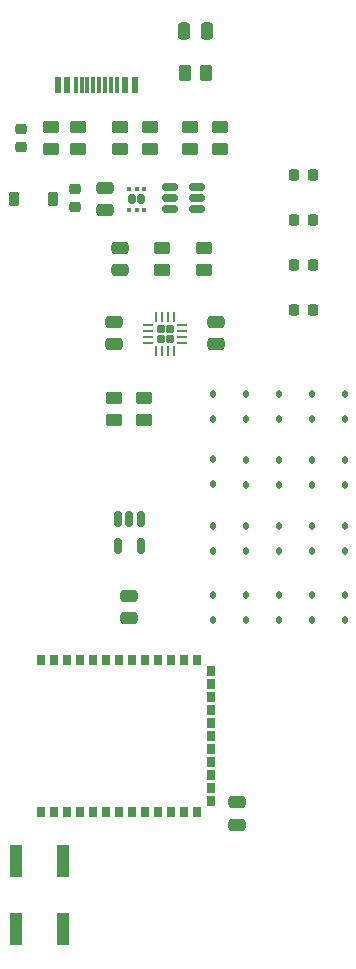
<source format=gbr>
%TF.GenerationSoftware,KiCad,Pcbnew,7.0.7*%
%TF.CreationDate,2023-12-03T19:38:24+01:00*%
%TF.ProjectId,nightliner,6e696768-746c-4696-9e65-722e6b696361,rev?*%
%TF.SameCoordinates,Original*%
%TF.FileFunction,Paste,Top*%
%TF.FilePolarity,Positive*%
%FSLAX46Y46*%
G04 Gerber Fmt 4.6, Leading zero omitted, Abs format (unit mm)*
G04 Created by KiCad (PCBNEW 7.0.7) date 2023-12-03 19:38:24*
%MOMM*%
%LPD*%
G01*
G04 APERTURE LIST*
G04 Aperture macros list*
%AMRoundRect*
0 Rectangle with rounded corners*
0 $1 Rounding radius*
0 $2 $3 $4 $5 $6 $7 $8 $9 X,Y pos of 4 corners*
0 Add a 4 corners polygon primitive as box body*
4,1,4,$2,$3,$4,$5,$6,$7,$8,$9,$2,$3,0*
0 Add four circle primitives for the rounded corners*
1,1,$1+$1,$2,$3*
1,1,$1+$1,$4,$5*
1,1,$1+$1,$6,$7*
1,1,$1+$1,$8,$9*
0 Add four rect primitives between the rounded corners*
20,1,$1+$1,$2,$3,$4,$5,0*
20,1,$1+$1,$4,$5,$6,$7,0*
20,1,$1+$1,$6,$7,$8,$9,0*
20,1,$1+$1,$8,$9,$2,$3,0*%
G04 Aperture macros list end*
%ADD10RoundRect,0.112500X0.112500X-0.187500X0.112500X0.187500X-0.112500X0.187500X-0.112500X-0.187500X0*%
%ADD11RoundRect,0.250000X-0.450000X0.262500X-0.450000X-0.262500X0.450000X-0.262500X0.450000X0.262500X0*%
%ADD12RoundRect,0.218750X0.218750X0.256250X-0.218750X0.256250X-0.218750X-0.256250X0.218750X-0.256250X0*%
%ADD13R,0.600000X1.450000*%
%ADD14R,0.300000X1.450000*%
%ADD15RoundRect,0.250000X0.475000X-0.250000X0.475000X0.250000X-0.475000X0.250000X-0.475000X-0.250000X0*%
%ADD16RoundRect,0.250000X0.250000X0.475000X-0.250000X0.475000X-0.250000X-0.475000X0.250000X-0.475000X0*%
%ADD17R,0.700000X0.900000*%
%ADD18RoundRect,0.160000X-0.160000X0.245000X-0.160000X-0.245000X0.160000X-0.245000X0.160000X0.245000X0*%
%ADD19RoundRect,0.093750X-0.106250X0.093750X-0.106250X-0.093750X0.106250X-0.093750X0.106250X0.093750X0*%
%ADD20R,1.000000X2.800000*%
%ADD21RoundRect,0.225000X-0.250000X0.225000X-0.250000X-0.225000X0.250000X-0.225000X0.250000X0.225000X0*%
%ADD22RoundRect,0.250000X0.450000X-0.262500X0.450000X0.262500X-0.450000X0.262500X-0.450000X-0.262500X0*%
%ADD23RoundRect,0.250000X0.262500X0.450000X-0.262500X0.450000X-0.262500X-0.450000X0.262500X-0.450000X0*%
%ADD24RoundRect,0.225000X-0.225000X-0.375000X0.225000X-0.375000X0.225000X0.375000X-0.225000X0.375000X0*%
%ADD25RoundRect,0.150000X-0.150000X0.512500X-0.150000X-0.512500X0.150000X-0.512500X0.150000X0.512500X0*%
%ADD26RoundRect,0.150000X-0.512500X-0.150000X0.512500X-0.150000X0.512500X0.150000X-0.512500X0.150000X0*%
%ADD27RoundRect,0.250000X-0.475000X0.250000X-0.475000X-0.250000X0.475000X-0.250000X0.475000X0.250000X0*%
%ADD28RoundRect,0.218750X-0.256250X0.218750X-0.256250X-0.218750X0.256250X-0.218750X0.256250X0.218750X0*%
%ADD29RoundRect,0.172500X-0.172500X-0.172500X0.172500X-0.172500X0.172500X0.172500X-0.172500X0.172500X0*%
%ADD30RoundRect,0.062500X-0.375000X-0.062500X0.375000X-0.062500X0.375000X0.062500X-0.375000X0.062500X0*%
%ADD31RoundRect,0.062500X-0.062500X-0.375000X0.062500X-0.375000X0.062500X0.375000X-0.062500X0.375000X0*%
G04 APERTURE END LIST*
D10*
%TO.C,D11*%
X65024000Y-85632000D03*
X65024000Y-83532000D03*
%TD*%
D11*
%TO.C,R6*%
X49530000Y-60047500D03*
X49530000Y-61872500D03*
%TD*%
D10*
%TO.C,D17*%
X62230000Y-91474000D03*
X62230000Y-89374000D03*
%TD*%
D11*
%TO.C,R8*%
X54445250Y-49781500D03*
X54445250Y-51606500D03*
%TD*%
D12*
%TO.C,D24*%
X62255500Y-61468000D03*
X60680500Y-61468000D03*
%TD*%
D13*
%TO.C,J1*%
X47192000Y-46209000D03*
X46392000Y-46209000D03*
D14*
X45192000Y-46209000D03*
X44192000Y-46209000D03*
X43692000Y-46209000D03*
X42692000Y-46209000D03*
D13*
X41492000Y-46209000D03*
X40692000Y-46209000D03*
X40692000Y-46209000D03*
X41492000Y-46209000D03*
D14*
X42192000Y-46209000D03*
X43192000Y-46209000D03*
X44692000Y-46209000D03*
X45692000Y-46209000D03*
D13*
X46392000Y-46209000D03*
X47192000Y-46209000D03*
%TD*%
D10*
%TO.C,D15*%
X53848000Y-85632000D03*
X53848000Y-83532000D03*
%TD*%
%TO.C,D20*%
X53848000Y-91474000D03*
X53848000Y-89374000D03*
%TD*%
%TO.C,D16*%
X65024000Y-91474000D03*
X65024000Y-89374000D03*
%TD*%
D15*
%TO.C,C4*%
X54102000Y-68173500D03*
X54102000Y-66273500D03*
%TD*%
D16*
%TO.C,C1*%
X53274000Y-41656000D03*
X51374000Y-41656000D03*
%TD*%
D17*
%TO.C,U1*%
X39258000Y-107796000D03*
X40358000Y-107796000D03*
X41458000Y-107796000D03*
X42558000Y-107796000D03*
X43658000Y-107796000D03*
X44758000Y-107796000D03*
X45858000Y-107796000D03*
X46958000Y-107796000D03*
X48058000Y-107796000D03*
X49158000Y-107796000D03*
X50258000Y-107796000D03*
X51358000Y-107796000D03*
X52458000Y-107796000D03*
X39258000Y-94896000D03*
X40358000Y-94896000D03*
X41458000Y-94896000D03*
X42558000Y-94896000D03*
X43658000Y-94896000D03*
X44758000Y-94896000D03*
X45858000Y-94896000D03*
X46958000Y-94896000D03*
X48058000Y-94896000D03*
X49158000Y-94896000D03*
X50258000Y-94896000D03*
X51358000Y-94896000D03*
X52458000Y-94896000D03*
X53658000Y-95846000D03*
X53658000Y-96946000D03*
X53658000Y-98046000D03*
X53658000Y-99146000D03*
X53658000Y-100246000D03*
X53658000Y-101346000D03*
X53658000Y-102446000D03*
X53658000Y-103546000D03*
X53658000Y-104646000D03*
X53658000Y-105746000D03*
X53658000Y-106846000D03*
%TD*%
D10*
%TO.C,D5*%
X53848000Y-74456000D03*
X53848000Y-72356000D03*
%TD*%
D18*
%TO.C,U2*%
X47756000Y-55880000D03*
X46956000Y-55880000D03*
D19*
X48006000Y-54992500D03*
X47356000Y-54992500D03*
X46706000Y-54992500D03*
X46706000Y-56767500D03*
X47356000Y-56767500D03*
X48006000Y-56767500D03*
%TD*%
D20*
%TO.C,SW22*%
X37116000Y-117708000D03*
X37116000Y-111908000D03*
X41116000Y-117708000D03*
X41116000Y-111908000D03*
%TD*%
D21*
%TO.C,FB1*%
X42164000Y-54999000D03*
X42164000Y-56549000D03*
%TD*%
D11*
%TO.C,R11*%
X48514000Y-49781500D03*
X48514000Y-51606500D03*
%TD*%
D12*
%TO.C,D21*%
X62255500Y-65278000D03*
X60680500Y-65278000D03*
%TD*%
D22*
%TO.C,R4*%
X48006000Y-74572500D03*
X48006000Y-72747500D03*
%TD*%
D11*
%TO.C,R10*%
X51905250Y-49781500D03*
X51905250Y-51606500D03*
%TD*%
D12*
%TO.C,D23*%
X62255500Y-57658000D03*
X60680500Y-57658000D03*
%TD*%
D15*
%TO.C,C5*%
X45466000Y-68173500D03*
X45466000Y-66273500D03*
%TD*%
D10*
%TO.C,D18*%
X59436000Y-91474000D03*
X59436000Y-89374000D03*
%TD*%
%TO.C,D2*%
X62230000Y-74456000D03*
X62230000Y-72356000D03*
%TD*%
%TO.C,D7*%
X62230000Y-80044000D03*
X62230000Y-77944000D03*
%TD*%
D23*
%TO.C,R3*%
X53236500Y-45212000D03*
X51411500Y-45212000D03*
%TD*%
D24*
%TO.C,D25*%
X36958000Y-55880000D03*
X40258000Y-55880000D03*
%TD*%
D10*
%TO.C,D19*%
X56642000Y-91474000D03*
X56642000Y-89374000D03*
%TD*%
%TO.C,D6*%
X65024000Y-80044000D03*
X65024000Y-77944000D03*
%TD*%
D22*
%TO.C,R5*%
X45466000Y-74572500D03*
X45466000Y-72747500D03*
%TD*%
%TO.C,R7*%
X53086000Y-61872500D03*
X53086000Y-60047500D03*
%TD*%
%TO.C,R1*%
X42418000Y-51606500D03*
X42418000Y-49781500D03*
%TD*%
D25*
%TO.C,U5*%
X47686000Y-82936500D03*
X46736000Y-82936500D03*
X45786000Y-82936500D03*
X45786000Y-85211500D03*
X47686000Y-85211500D03*
%TD*%
D10*
%TO.C,D1*%
X65024000Y-74456000D03*
X65024000Y-72356000D03*
%TD*%
D22*
%TO.C,R9*%
X45974000Y-51606500D03*
X45974000Y-49781500D03*
%TD*%
D10*
%TO.C,D3*%
X59436000Y-74456000D03*
X59436000Y-72356000D03*
%TD*%
D26*
%TO.C,U3*%
X50170500Y-54824000D03*
X50170500Y-55774000D03*
X50170500Y-56724000D03*
X52445500Y-56724000D03*
X52445500Y-55774000D03*
X52445500Y-54824000D03*
%TD*%
D10*
%TO.C,D4*%
X56642000Y-74456000D03*
X56642000Y-72356000D03*
%TD*%
D12*
%TO.C,D22*%
X62255500Y-53848000D03*
X60680500Y-53848000D03*
%TD*%
D10*
%TO.C,D14*%
X56642000Y-85632000D03*
X56642000Y-83532000D03*
%TD*%
D27*
%TO.C,C7*%
X55880000Y-106934000D03*
X55880000Y-108834000D03*
%TD*%
%TO.C,C2*%
X44704000Y-54930000D03*
X44704000Y-56830000D03*
%TD*%
%TO.C,C6*%
X46736000Y-89474000D03*
X46736000Y-91374000D03*
%TD*%
D10*
%TO.C,D9*%
X56642000Y-80044000D03*
X56642000Y-77944000D03*
%TD*%
%TO.C,D8*%
X59436000Y-80044000D03*
X59436000Y-77944000D03*
%TD*%
%TO.C,D10*%
X53848000Y-80010000D03*
X53848000Y-77910000D03*
%TD*%
%TO.C,D13*%
X59436000Y-85632000D03*
X59436000Y-83532000D03*
%TD*%
D28*
%TO.C,F1*%
X37592000Y-49906500D03*
X37592000Y-51481500D03*
%TD*%
D15*
%TO.C,C3*%
X45974000Y-61910000D03*
X45974000Y-60010000D03*
%TD*%
D10*
%TO.C,D12*%
X62230000Y-85632000D03*
X62230000Y-83532000D03*
%TD*%
D22*
%TO.C,R2*%
X40132000Y-51606500D03*
X40132000Y-49781500D03*
%TD*%
D29*
%TO.C,U4*%
X49388000Y-66910000D03*
X49388000Y-67710000D03*
X50188000Y-66910000D03*
X50188000Y-67710000D03*
D30*
X48350500Y-66560000D03*
X48350500Y-67060000D03*
X48350500Y-67560000D03*
X48350500Y-68060000D03*
D31*
X49038000Y-68747500D03*
X49538000Y-68747500D03*
X50038000Y-68747500D03*
X50538000Y-68747500D03*
D30*
X51225500Y-68060000D03*
X51225500Y-67560000D03*
X51225500Y-67060000D03*
X51225500Y-66560000D03*
D31*
X50538000Y-65872500D03*
X50038000Y-65872500D03*
X49538000Y-65872500D03*
X49038000Y-65872500D03*
%TD*%
M02*

</source>
